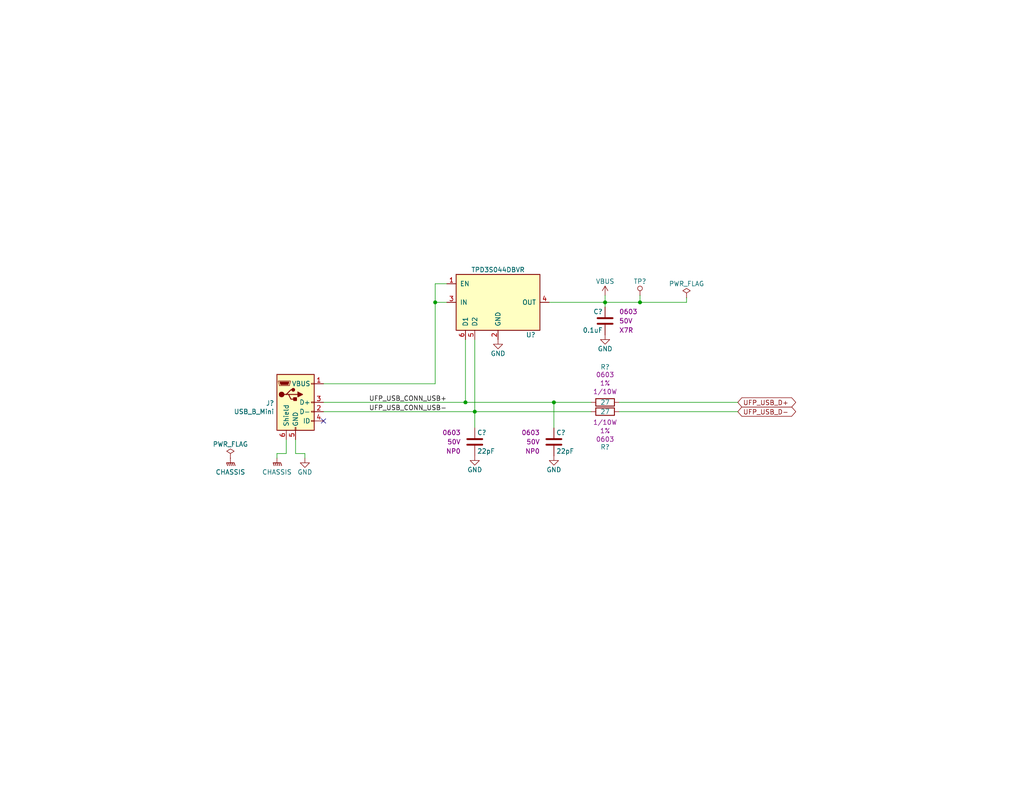
<source format=kicad_sch>
(kicad_sch (version 20230121) (generator eeschema)
  (paper "A")
  (title_block (title "USB Hub") (date "2023-08-20") (rev "PRELIM") (company "Drew Maatman"))
  (lib_symbols
    (symbol "Connector:USB_B_Mini" (pin_names (offset 1.016))
      (property "Reference" "J" (at -5.08 11.43 0))
      (property "Value" "USB_B_Mini" (at -5.08 8.89 0))
      (symbol "USB_B_Mini_0_1"
        (rectangle (start -5.08 -7.62) (end 5.08 7.62) (stroke (width 0.254)) (fill (type background)))
        (circle (center -3.81 2.159) (radius 0.635) (stroke (width 0.254)) (fill (type outline)))
        (circle (center -0.635 3.429) (radius 0.381) (stroke (width 0.254)) (fill (type outline)))
        (rectangle (start -0.127 -7.62) (end 0.127 -6.858))
        (polyline (pts (xy -1.905 2.159) (xy 0.635 2.159)) (stroke (width 0.254)))
        (polyline (pts (xy -3.175 2.159) (xy -2.54 2.159) (xy -1.27 3.429) (xy -0.635 3.429)) (stroke (width 0.254)))
        (polyline (pts (xy -2.54 2.159) (xy -1.905 2.159) (xy -1.27 0.889) (xy 0 0.889)) (stroke (width 0.254)))
        (polyline (pts (xy 0.635 2.794) (xy 0.635 1.524) (xy 1.905 2.159) (xy 0.635 2.794)) (stroke (width 0.254)) (fill (type outline)))
        (polyline (pts (xy -4.318 5.588) (xy -1.778 5.588) (xy -2.032 4.826) (xy -4.064 4.826) (xy -4.318 5.588)) (fill (type outline)))
        (polyline (pts (xy -4.699 5.842) (xy -4.699 5.588) (xy -4.445 4.826) (xy -4.445 4.572) (xy -1.651 4.572) (xy -1.651 4.826) (xy -1.397 5.588) (xy -1.397 5.842) (xy -4.699 5.842)))
        (rectangle (start 0.254 1.27) (end -0.508 0.508) (stroke (width 0.254)) (fill (type outline)))
        (rectangle (start 5.08 -5.207) (end 4.318 -4.953))
        (rectangle (start 5.08 -2.667) (end 4.318 -2.413))
        (rectangle (start 5.08 -0.127) (end 4.318 0.127))
        (rectangle (start 5.08 4.953) (end 4.318 5.207))
      )
      (symbol "USB_B_Mini_1_1"
        (pin power_out line (at 7.62 5.08 180) (length 2.54) (name "VBUS") (number "1"))
        (pin bidirectional line (at 7.62 -2.54 180) (length 2.54) (name "D-") (number "2"))
        (pin bidirectional line (at 7.62 0 180) (length 2.54) (name "D+") (number "3"))
        (pin passive line (at 7.62 -5.08 180) (length 2.54) (name "ID") (number "4"))
        (pin power_out line (at 0 -10.16 90) (length 2.54) (name "GND") (number "5"))
        (pin passive line (at -2.54 -10.16 90) (length 2.54) (name "Shield") (number "6"))
      )
    )
    (symbol "Custom Library:CHASSIS" (power) (pin_names (offset 0))
      (property "Value" "CHASSIS" (at 0 -3.81 0))
      (symbol "CHASSIS_0_1"
        (polyline (pts (xy 0 -1.27) (xy 0 0)))
        (polyline (pts (xy -1.016 -1.27) (xy -1.27 -2.032) (xy -1.27 -2.032)) (stroke (width 0.2032)))
        (polyline (pts (xy -0.508 -1.27) (xy -0.762 -2.032) (xy -0.762 -2.032)) (stroke (width 0.2032)))
        (polyline (pts (xy 0 -1.27) (xy -0.254 -2.032) (xy -0.254 -2.032)) (stroke (width 0.2032)))
        (polyline (pts (xy 0.508 -1.27) (xy 0.254 -2.032) (xy 0.254 -2.032)) (stroke (width 0.2032)))
        (polyline (pts (xy 1.016 -1.27) (xy -1.016 -1.27) (xy -1.016 -1.27)) (stroke (width 0.2032)))
        (polyline (pts (xy 1.016 -1.27) (xy 0.762 -2.032) (xy 0.762 -2.032) (xy 0.762 -2.032)) (stroke (width 0.2032)))
      )
      (symbol "CHASSIS_1_1"
        (pin power_in line (at 0 0 270) (length 0) hide (name "CHASSIS") (number "1"))
      )
    )
    (symbol "Custom_Library:C_Custom" (pin_numbers hide) (pin_names (offset 0.254))
      (property "Reference" "C" (at 0.635 2.54 0))
      (property "Value" "C_Custom" (at 0.635 -2.54 0))
      (property "display_footprint" "Foot" (at -3.81 2.54 0))
      (property "Voltage" "V" (at -3.81 0 0))
      (property "Dielectric" "Er" (at -3.81 -2.54 0))
      (symbol "C_Custom_0_1"
        (polyline (pts (xy -2.032 -0.762) (xy 2.032 -0.762)) (stroke (width 0.508)))
        (polyline (pts (xy -2.032 0.762) (xy 2.032 0.762)) (stroke (width 0.508)))
      )
      (symbol "C_Custom_1_1"
        (pin passive line (at 0 3.81 270) (length 2.794) (name "~") (number "1"))
        (pin passive line (at 0 -3.81 90) (length 2.794) (name "~") (number "2"))
      )
    )
    (symbol "Custom_Library:R_Custom" (pin_numbers hide) (pin_names (offset 1.016) hide)
      (property "Reference" "R" (at -2.54 0 90))
      (property "Value" "R_Custom" (at 0 0 90))
      (property "display_footprint" "Foot" (at 2.54 0 90))
      (property "Tolerance" "Tol" (at 5.08 0 90))
      (property "Wattage" "W" (at 7.62 0 90))
      (symbol "R_Custom_0_1"
        (rectangle (start 1.016 2.54) (end -1.016 -2.54) (stroke (width 0.254)))
      )
      (symbol "R_Custom_1_1"
        (pin passive line (at 0 3.81 270) (length 1.27) (name "1") (number "1"))
        (pin passive line (at 0 -3.81 90) (length 1.27) (name "2") (number "2"))
      )
    )
    (symbol "Custom_Library:TP" (pin_numbers hide) (pin_names (offset 0) hide)
      (property "Reference" "TP" (at 0 3.81 0))
      (symbol "TP_0_1"
        (polyline (pts (xy 0 0) (xy 0 1.27)))
        (circle (center 0 1.905) (radius 0.635))
      )
      (symbol "TP_1_1"
        (pin passive line (at 0 0 90) (length 0) (name "TP") (number "1"))
      )
    )
    (symbol "Custom_Library:TPD3S014DBVR" (pin_names (offset 1.016))
      (property "Reference" "U" (at 7.62 -8.89 0))
      (property "Value" "TPD3S014DBVR" (at 0 8.89 0))
      (symbol "TPD3S014DBVR_0_1"
        (rectangle (start -11.43 7.62) (end 11.43 -7.62) (stroke (width 0.254)) (fill (type background)))
      )
      (symbol "TPD3S014DBVR_1_1"
        (pin input line (at -13.97 5.08 0) (length 2.54) (name "EN") (number "1"))
        (pin power_in line (at 0 -10.16 90) (length 2.54) (name "GND") (number "2"))
        (pin power_in line (at -13.97 0 0) (length 2.54) (name "IN") (number "3"))
        (pin passive line (at 13.97 0 180) (length 2.54) (name "OUT") (number "4"))
        (pin passive line (at -6.35 -10.16 90) (length 2.54) (name "D2") (number "5"))
        (pin passive line (at -8.89 -10.16 90) (length 2.54) (name "D1") (number "6"))
      )
    )
    (symbol "power:GND" (power) (pin_names (offset 0))
      (property "Value" "GND" (at 0 -3.81 0))
      (symbol "GND_0_1"
        (polyline (pts (xy 0 0) (xy 0 -1.27) (xy 1.27 -1.27) (xy 0 -2.54) (xy -1.27 -1.27) (xy 0 -1.27)))
      )
      (symbol "GND_1_1"
        (pin power_in line (at 0 0 270) (length 0) hide (name "GND") (number "1"))
      )
    )
    (symbol "power:PWR_FLAG" (power) (pin_numbers hide) (pin_names (offset 0) hide)
      (property "Value" "PWR_FLAG" (at 0 3.81 0))
      (symbol "PWR_FLAG_0_0"
        (pin power_out line (at 0 0 90) (length 0) (name "pwr") (number "1"))
      )
      (symbol "PWR_FLAG_0_1"
        (polyline (pts (xy 0 0) (xy 0 1.27) (xy -1.016 1.905) (xy 0 2.54) (xy 1.016 1.905) (xy 0 1.27)))
      )
    )
    (symbol "power:VBUS" (power) (pin_names (offset 0))
      (property "Value" "VBUS" (at 0 3.81 0))
      (symbol "VBUS_0_1"
        (polyline (pts (xy -0.762 1.27) (xy 0 2.54)))
        (polyline (pts (xy 0 0) (xy 0 2.54)))
        (polyline (pts (xy 0 2.54) (xy 0.762 1.27)))
      )
      (symbol "VBUS_1_1"
        (pin power_in line (at 0 0 90) (length 0) hide (name "VBUS") (number "1"))
      )
    )
  )
  (junction (at 151.13 109.855))
  (junction (at 127 109.855))
  (junction (at 174.625 82.55))
  (junction (at 129.54 112.395))
  (junction (at 165.1 82.55))
  (junction (at 118.745 82.55))
  (no_connect (at 88.265 114.935))
  (wire (pts (xy 201.295 112.395) (xy 168.91 112.395)))
  (wire (pts (xy 161.29 112.395) (xy 129.54 112.395)))
  (wire (pts (xy 129.54 92.71) (xy 129.54 112.395)))
  (wire (pts (xy 129.54 112.395) (xy 88.265 112.395)))
  (wire (pts (xy 165.1 82.55) (xy 149.86 82.55)))
  (wire (pts (xy 127 109.855) (xy 88.265 109.855)))
  (wire (pts (xy 75.565 123.825) (xy 78.105 123.825)))
  (wire (pts (xy 80.645 123.825) (xy 80.645 120.015)))
  (wire (pts (xy 187.325 81.28) (xy 187.325 82.55)))
  (wire (pts (xy 187.325 82.55) (xy 174.625 82.55)))
  (wire (pts (xy 201.295 109.855) (xy 168.91 109.855)))
  (wire (pts (xy 78.105 120.015) (xy 78.105 123.825)))
  (wire (pts (xy 121.92 77.47) (xy 118.745 77.47)))
  (wire (pts (xy 129.54 116.84) (xy 129.54 112.395)))
  (wire (pts (xy 165.1 82.55) (xy 165.1 83.82)))
  (wire (pts (xy 118.745 82.55) (xy 118.745 104.775)))
  (wire (pts (xy 88.265 104.775) (xy 118.745 104.775)))
  (wire (pts (xy 127 92.71) (xy 127 109.855)))
  (wire (pts (xy 174.625 80.645) (xy 174.625 82.55)))
  (wire (pts (xy 75.565 125.095) (xy 75.565 123.825)))
  (wire (pts (xy 161.29 109.855) (xy 151.13 109.855)))
  (wire (pts (xy 151.13 116.84) (xy 151.13 109.855)))
  (wire (pts (xy 174.625 82.55) (xy 165.1 82.55)))
  (wire (pts (xy 83.185 123.825) (xy 80.645 123.825)))
  (wire (pts (xy 83.185 125.095) (xy 83.185 123.825)))
  (wire (pts (xy 151.13 109.855) (xy 127 109.855)))
  (wire (pts (xy 121.92 82.55) (xy 118.745 82.55)))
  (wire (pts (xy 118.745 77.47) (xy 118.745 82.55)))
  (wire (pts (xy 165.1 80.645) (xy 165.1 82.55)))
  (label "UFP_USB_CONN_USB-" (at 121.92 112.395 180))
  (label "UFP_USB_CONN_USB+" (at 121.92 109.855 180))
  (global_label "UFP_USB_D-" (shape bidirectional) (at 201.295 112.395 0) (property "Intersheetrefs" "${INTERSHEET_REFS}" (effects hide)))
  (global_label "UFP_USB_D+" (shape bidirectional) (at 201.295 109.855 0) (property "Intersheetrefs" "${INTERSHEET_REFS}" (effects hide)))
  (symbol (lib_id "power:PWR_FLAG") (at 187.325 81.28 0) (unit 1)
    (property "Reference" "#FLG?" (effects hide))
    (property "Value" "PWR_FLAG" (at 187.325 77.47 0))
    (instances (project "USB_Hub" (path "" (reference "#FLG?") (unit 1)) (path "" (reference "#FLG01402") (unit 1))))
  )
  (symbol (lib_id "power:GND") (at 83.185 125.095 0) (mirror y) (unit 1)
    (property "Reference" "#PWR?" (effects hide))
    (property "Value" "GND" (at 83.185 128.905 0))
    (instances (project "USB_Hub" (path "" (reference "#PWR?") (unit 1)) (path "" (reference "#PWR?") (unit 1)) (path "" (reference "#PWR?") (unit 1)) (path "" (reference "#PWR01403") (unit 1))))
  )
  (symbol (lib_id "power:GND") (at 135.89 92.71 0) (mirror y) (unit 1)
    (property "Reference" "#PWR?" (effects hide))
    (property "Value" "GND" (at 135.89 96.52 0))
    (instances (project "Analog_Clock" (path "" (reference "#PWR?") (unit 1))) (project "USB_Hub" (path "" (reference "#PWR01405") (unit 1))))
  )
  (symbol (lib_id "power:VBUS") (at 165.1 80.645 0) (unit 1)
    (property "Reference" "#PWR?" (effects hide))
    (property "Value" "VBUS" (at 165.1 76.835 0))
    (instances (project "USB_Hub" (path "" (reference "#PWR?") (unit 1)) (path "" (reference "#PWR01407") (unit 1))))
  )
  (symbol (lib_id "Custom_Library:R_Custom") (at 165.1 109.855 90) (unit 1)
    (property "Reference" "R?" (at 165.1 100.203 90))
    (property "Value" "27" (at 165.1 109.855 90))
    (property "Footprint" "Resistors_SMD:R_0603" (effects hide))
    (property "display_footprint" "0603" (at 165.1 102.3112 90))
    (property "Tolerance" "1%" (at 165.1 104.6226 90))
    (property "Wattage" "1/10W" (at 165.1 106.934 90))
    (property "Digi-Key PN" "541-27.0HCT-ND" (effects hide))
    (instances (project "Analog_Clock" (path "" (reference "R?") (unit 1))) (project "USB_Hub" (path "" (reference "R1401") (unit 1))))
  )
  (symbol (lib_id "Custom_Library:C_Custom") (at 129.54 120.65 0) (unit 1)
    (property "Reference" "C?" (at 130.175 118.11 0) (effects (justify left)))
    (property "Value" "22pF" (at 130.175 123.19 0) (effects (justify left)))
    (property "Footprint" "Capacitors_SMD:C_0603" (effects hide))
    (property "display_footprint" "0603" (at 125.73 118.11 0) (effects (justify right)))
    (property "Voltage" "50V" (at 125.73 120.65 0) (effects (justify right)))
    (property "Dielectric" "NP0" (at 125.73 123.19 0) (effects (justify right)))
    (property "Digi-Key PN" "1292-1501-1-ND" (effects hide))
    (instances (project "USB_Hub" (path "" (reference "C?") (unit 1)) (path "" (reference "C1401") (unit 1))))
  )
  (symbol (lib_id "Custom Library:CHASSIS") (at 75.565 125.095 0) (mirror y) (unit 1)
    (property "Reference" "#PWR?" (effects hide))
    (property "Value" "CHASSIS" (at 75.565 128.905 0))
    (instances (project "USB_Hub" (path "" (reference "#PWR?") (unit 1)) (path "" (reference "#PWR?") (unit 1)) (path "" (reference "#PWR01402") (unit 1))))
  )
  (symbol (lib_id "Connector:USB_B_Mini") (at 80.645 109.855 0) (unit 1)
    (property "Reference" "J?" (at 74.8284 110.0836 0) (effects (justify right)))
    (property "Value" "USB_B_Mini" (at 74.8284 112.395 0) (effects (justify right)))
    (property "Footprint" "Connectors:USB_Mini-B" (effects hide))
    (property "Digi-Key PN" "732-2109-1-ND" (effects hide))
    (instances (project "Analog_Clock" (path "" (reference "J?") (unit 1))) (project "USB_Hub" (path "" (reference "J1401") (unit 1))))
  )
  (symbol (lib_id "Custom_Library:TPD3S014DBVR") (at 135.89 82.55 0) (unit 1)
    (property "Reference" "U?" (at 143.51 91.44 0) (effects (justify left)))
    (property "Value" "TPD3S044DBVR" (at 135.89 73.66 0))
    (property "Footprint" "TO_SOT_Packages_SMD:SOT-23-6" (effects hide))
    (property "Datasheet" "http://www.ti.com/lit/ds/symlink/tpd3s014.pdf" (effects hide))
    (property "Digi-Key PN" "296-38836-1-ND" (effects hide))
    (instances (project "Analog_Clock" (path "" (reference "U?") (unit 1))) (project "USB_Hub" (path "" (reference "U1401") (unit 1))))
  )
  (symbol (lib_id "Custom_Library:R_Custom") (at 165.1 112.395 90) (mirror x) (unit 1)
    (property "Reference" "R?" (at 165.1 122.047 90))
    (property "Value" "27" (at 165.1 112.395 90))
    (property "Footprint" "Resistors_SMD:R_0603" (effects hide))
    (property "display_footprint" "0603" (at 165.1 119.9388 90))
    (property "Tolerance" "1%" (at 165.1 117.6274 90))
    (property "Wattage" "1/10W" (at 165.1 115.316 90))
    (property "Digi-Key PN" "541-27.0HCT-ND" (effects hide))
    (instances (project "Analog_Clock" (path "" (reference "R?") (unit 1))) (project "USB_Hub" (path "" (reference "R1402") (unit 1))))
  )
  (symbol (lib_id "Custom_Library:TP") (at 174.625 80.645 0) (mirror y) (unit 1)
    (property "Reference" "TP?" (at 174.625 76.835 0))
    (property "Value" "TP" (effects hide))
    (property "Footprint" "Custom Footprints Library:Test_Point" (effects hide))
    (instances (project "Analog_Clock" (path "" (reference "TP?") (unit 1)) (path "" (reference "TP?") (unit 1)) (path "" (reference "TP?") (unit 1)) (path "" (reference "TP?") (unit 1))) (project "USB_Hub" (path "" (reference "TP1401") (unit 1))))
  )
  (symbol (lib_id "Custom_Library:C_Custom") (at 165.1 87.63 0) (mirror y) (unit 1)
    (property "Reference" "C?" (at 164.465 85.09 0) (effects (justify left)))
    (property "Value" "0.1uF" (at 164.465 90.17 0) (effects (justify left)))
    (property "Footprint" "Capacitors_SMD:C_0603" (effects hide))
    (property "display_footprint" "0603" (at 168.91 85.09 0) (effects (justify right)))
    (property "Voltage" "50V" (at 168.91 87.63 0) (effects (justify right)))
    (property "Dielectric" "X7R" (at 168.91 90.17 0) (effects (justify right)))
    (property "Digi-Key PN" "1276-1935-1-ND" (effects hide))
    (instances (project "Analog_Clock" (path "" (reference "C?") (unit 1))) (project "USB_Hub" (path "" (reference "C1403") (unit 1))))
  )
  (symbol (lib_id "power:PWR_FLAG") (at 62.865 125.095 0) (unit 1)
    (property "Reference" "#FLG01401" (effects hide))
    (property "Value" "PWR_FLAG" (at 62.865 121.285 0))
  )
  (symbol (lib_id "power:GND") (at 165.1 91.44 0) (mirror y) (unit 1)
    (property "Reference" "#PWR?" (effects hide))
    (property "Value" "GND" (at 165.1 95.25 0))
    (instances (project "Analog_Clock" (path "" (reference "#PWR?") (unit 1))) (project "USB_Hub" (path "" (reference "#PWR01408") (unit 1))))
  )
  (symbol (lib_id "power:GND") (at 129.54 124.46 0) (mirror y) (unit 1)
    (property "Reference" "#PWR?" (effects hide))
    (property "Value" "GND" (at 129.54 128.27 0))
    (instances (project "Analog_Clock" (path "" (reference "#PWR?") (unit 1))) (project "USB_Hub" (path "" (reference "#PWR01404") (unit 1))))
  )
  (symbol (lib_id "power:GND") (at 151.13 124.46 0) (mirror y) (unit 1)
    (property "Reference" "#PWR?" (effects hide))
    (property "Value" "GND" (at 151.13 128.27 0))
    (instances (project "Analog_Clock" (path "" (reference "#PWR?") (unit 1))) (project "USB_Hub" (path "" (reference "#PWR01406") (unit 1))))
  )
  (symbol (lib_id "Custom_Library:C_Custom") (at 151.13 120.65 0) (unit 1)
    (property "Reference" "C?" (at 151.765 118.11 0) (effects (justify left)))
    (property "Value" "22pF" (at 151.765 123.19 0) (effects (justify left)))
    (property "Footprint" "Capacitors_SMD:C_0603" (effects hide))
    (property "display_footprint" "0603" (at 147.32 118.11 0) (effects (justify right)))
    (property "Voltage" "50V" (at 147.32 120.65 0) (effects (justify right)))
    (property "Dielectric" "NP0" (at 147.32 123.19 0) (effects (justify right)))
    (property "Digi-Key PN" "1292-1501-1-ND" (effects hide))
    (instances (project "USB_Hub" (path "" (reference "C?") (unit 1)) (path "" (reference "C1402") (unit 1))))
  )
  (symbol (lib_id "Custom Library:CHASSIS") (at 62.865 125.095 0) (mirror y) (unit 1)
    (property "Reference" "#PWR?" (effects hide))
    (property "Value" "CHASSIS" (at 62.865 128.905 0))
    (instances (project "USB_Hub" (path "" (reference "#PWR?") (unit 1)) (path "" (reference "#PWR?") (unit 1)) (path "" (reference "#PWR01401") (unit 1))))
  )
)
</source>
